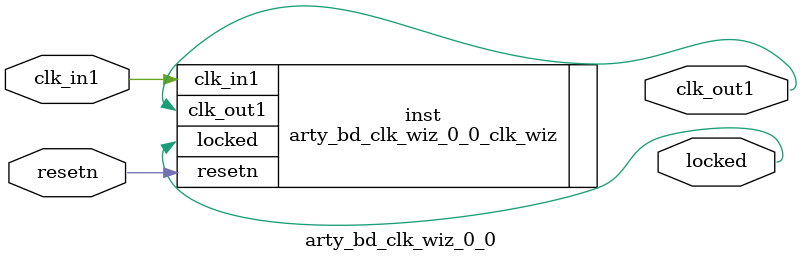
<source format=v>


`timescale 1ps/1ps

(* CORE_GENERATION_INFO = "arty_bd_clk_wiz_0_0,clk_wiz_v6_0_2_0_0,{component_name=arty_bd_clk_wiz_0_0,use_phase_alignment=true,use_min_o_jitter=false,use_max_i_jitter=false,use_dyn_phase_shift=false,use_inclk_switchover=false,use_dyn_reconfig=false,enable_axi=0,feedback_source=FDBK_AUTO,PRIMITIVE=MMCM,num_out_clk=1,clkin1_period=10.000,clkin2_period=10.000,use_power_down=false,use_reset=true,use_locked=true,use_inclk_stopped=false,feedback_type=SINGLE,CLOCK_MGR_TYPE=NA,manual_override=false}" *)

module arty_bd_clk_wiz_0_0 
 (
  // Clock out ports
  output        clk_out1,
  // Status and control signals
  input         resetn,
  output        locked,
 // Clock in ports
  input         clk_in1
 );

  arty_bd_clk_wiz_0_0_clk_wiz inst
  (
  // Clock out ports  
  .clk_out1(clk_out1),
  // Status and control signals               
  .resetn(resetn), 
  .locked(locked),
 // Clock in ports
  .clk_in1(clk_in1)
  );

endmodule

</source>
